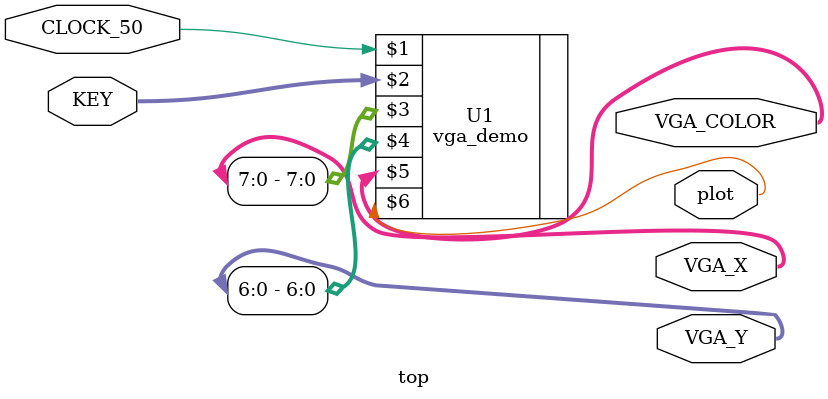
<source format=v>
`include "resolution.v" // determine VGA resolution

module top (CLOCK_50, KEY, VGA_X, VGA_Y, VGA_COLOR, plot);

    input CLOCK_50;             // DE-series 50 MHz clock signal
    input wire [3:0] KEY;       // DE-series pushbuttons

    output wire [9:0] VGA_X;
    output wire [8:0] VGA_Y;
    output wire [2:0] VGA_COLOR;
    output wire plot;

    parameter n = `ifdef VGA_640_480 10 `elsif VGA_320_240 9 `else 8 `endif ; // VGA x bitwidth
    vga_demo U1 (CLOCK_50, KEY, VGA_X[n-1:0], VGA_Y[n-2:0], VGA_COLOR, plot);

endmodule


</source>
